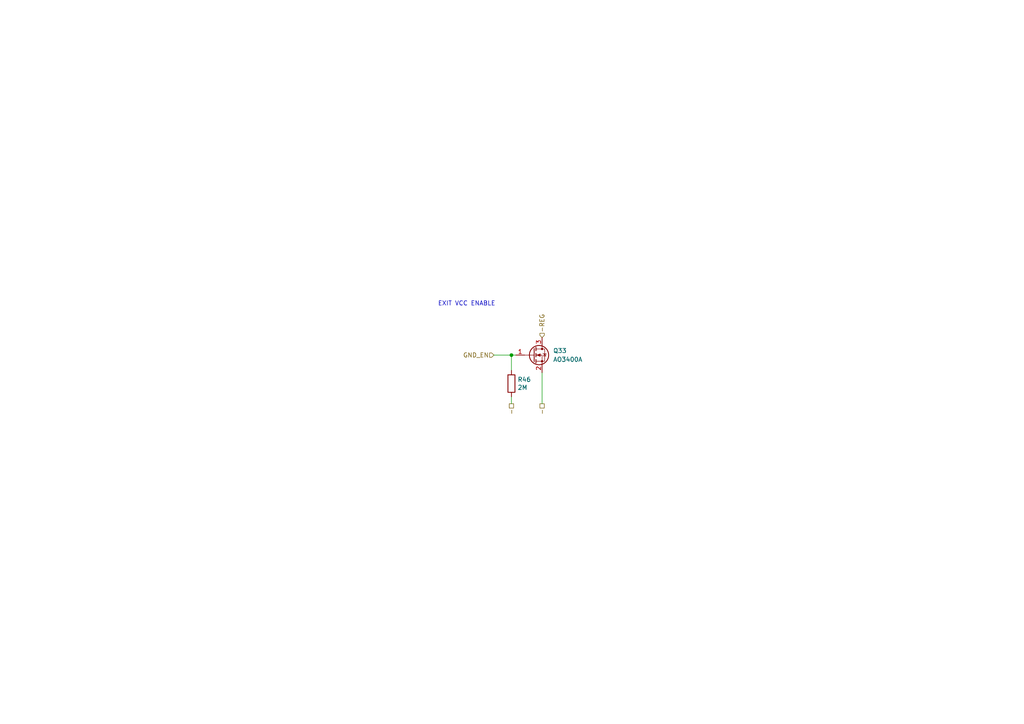
<source format=kicad_sch>
(kicad_sch (version 20211123) (generator eeschema)

  (uuid 51fc558d-52fa-4b81-a6fc-a3114cdd8f56)

  (paper "A4")

  (lib_symbols
    (symbol "Device:R" (pin_numbers hide) (pin_names (offset 0)) (in_bom yes) (on_board yes)
      (property "Reference" "R" (id 0) (at 2.032 0 90)
        (effects (font (size 1.27 1.27)))
      )
      (property "Value" "R" (id 1) (at 0 0 90)
        (effects (font (size 1.27 1.27)))
      )
      (property "Footprint" "" (id 2) (at -1.778 0 90)
        (effects (font (size 1.27 1.27)) hide)
      )
      (property "Datasheet" "~" (id 3) (at 0 0 0)
        (effects (font (size 1.27 1.27)) hide)
      )
      (property "ki_keywords" "R res resistor" (id 4) (at 0 0 0)
        (effects (font (size 1.27 1.27)) hide)
      )
      (property "ki_description" "Resistor" (id 5) (at 0 0 0)
        (effects (font (size 1.27 1.27)) hide)
      )
      (property "ki_fp_filters" "R_*" (id 6) (at 0 0 0)
        (effects (font (size 1.27 1.27)) hide)
      )
      (symbol "R_0_1"
        (rectangle (start -1.016 -2.54) (end 1.016 2.54)
          (stroke (width 0.254) (type default) (color 0 0 0 0))
          (fill (type none))
        )
      )
      (symbol "R_1_1"
        (pin passive line (at 0 3.81 270) (length 1.27)
          (name "~" (effects (font (size 1.27 1.27))))
          (number "1" (effects (font (size 1.27 1.27))))
        )
        (pin passive line (at 0 -3.81 90) (length 1.27)
          (name "~" (effects (font (size 1.27 1.27))))
          (number "2" (effects (font (size 1.27 1.27))))
        )
      )
    )
    (symbol "Transistor_FET:AO3400A" (pin_names hide) (in_bom yes) (on_board yes)
      (property "Reference" "Q" (id 0) (at 5.08 1.905 0)
        (effects (font (size 1.27 1.27)) (justify left))
      )
      (property "Value" "AO3400A" (id 1) (at 5.08 0 0)
        (effects (font (size 1.27 1.27)) (justify left))
      )
      (property "Footprint" "Package_TO_SOT_SMD:SOT-23" (id 2) (at 5.08 -1.905 0)
        (effects (font (size 1.27 1.27) italic) (justify left) hide)
      )
      (property "Datasheet" "http://www.aosmd.com/pdfs/datasheet/AO3400A.pdf" (id 3) (at 0 0 0)
        (effects (font (size 1.27 1.27)) (justify left) hide)
      )
      (property "ki_keywords" "N-Channel MOSFET" (id 4) (at 0 0 0)
        (effects (font (size 1.27 1.27)) hide)
      )
      (property "ki_description" "30V Vds, 5.7A Id, N-Channel MOSFET, SOT-23" (id 5) (at 0 0 0)
        (effects (font (size 1.27 1.27)) hide)
      )
      (property "ki_fp_filters" "SOT?23*" (id 6) (at 0 0 0)
        (effects (font (size 1.27 1.27)) hide)
      )
      (symbol "AO3400A_0_1"
        (polyline
          (pts
            (xy 0.254 0)
            (xy -2.54 0)
          )
          (stroke (width 0) (type default) (color 0 0 0 0))
          (fill (type none))
        )
        (polyline
          (pts
            (xy 0.254 1.905)
            (xy 0.254 -1.905)
          )
          (stroke (width 0.254) (type default) (color 0 0 0 0))
          (fill (type none))
        )
        (polyline
          (pts
            (xy 0.762 -1.27)
            (xy 0.762 -2.286)
          )
          (stroke (width 0.254) (type default) (color 0 0 0 0))
          (fill (type none))
        )
        (polyline
          (pts
            (xy 0.762 0.508)
            (xy 0.762 -0.508)
          )
          (stroke (width 0.254) (type default) (color 0 0 0 0))
          (fill (type none))
        )
        (polyline
          (pts
            (xy 0.762 2.286)
            (xy 0.762 1.27)
          )
          (stroke (width 0.254) (type default) (color 0 0 0 0))
          (fill (type none))
        )
        (polyline
          (pts
            (xy 2.54 2.54)
            (xy 2.54 1.778)
          )
          (stroke (width 0) (type default) (color 0 0 0 0))
          (fill (type none))
        )
        (polyline
          (pts
            (xy 2.54 -2.54)
            (xy 2.54 0)
            (xy 0.762 0)
          )
          (stroke (width 0) (type default) (color 0 0 0 0))
          (fill (type none))
        )
        (polyline
          (pts
            (xy 0.762 -1.778)
            (xy 3.302 -1.778)
            (xy 3.302 1.778)
            (xy 0.762 1.778)
          )
          (stroke (width 0) (type default) (color 0 0 0 0))
          (fill (type none))
        )
        (polyline
          (pts
            (xy 1.016 0)
            (xy 2.032 0.381)
            (xy 2.032 -0.381)
            (xy 1.016 0)
          )
          (stroke (width 0) (type default) (color 0 0 0 0))
          (fill (type outline))
        )
        (polyline
          (pts
            (xy 2.794 0.508)
            (xy 2.921 0.381)
            (xy 3.683 0.381)
            (xy 3.81 0.254)
          )
          (stroke (width 0) (type default) (color 0 0 0 0))
          (fill (type none))
        )
        (polyline
          (pts
            (xy 3.302 0.381)
            (xy 2.921 -0.254)
            (xy 3.683 -0.254)
            (xy 3.302 0.381)
          )
          (stroke (width 0) (type default) (color 0 0 0 0))
          (fill (type none))
        )
        (circle (center 1.651 0) (radius 2.794)
          (stroke (width 0.254) (type default) (color 0 0 0 0))
          (fill (type none))
        )
        (circle (center 2.54 -1.778) (radius 0.254)
          (stroke (width 0) (type default) (color 0 0 0 0))
          (fill (type outline))
        )
        (circle (center 2.54 1.778) (radius 0.254)
          (stroke (width 0) (type default) (color 0 0 0 0))
          (fill (type outline))
        )
      )
      (symbol "AO3400A_1_1"
        (pin input line (at -5.08 0 0) (length 2.54)
          (name "G" (effects (font (size 1.27 1.27))))
          (number "1" (effects (font (size 1.27 1.27))))
        )
        (pin passive line (at 2.54 -5.08 90) (length 2.54)
          (name "S" (effects (font (size 1.27 1.27))))
          (number "2" (effects (font (size 1.27 1.27))))
        )
        (pin passive line (at 2.54 5.08 270) (length 2.54)
          (name "D" (effects (font (size 1.27 1.27))))
          (number "3" (effects (font (size 1.27 1.27))))
        )
      )
    )
  )

  (junction (at 148.336 102.997) (diameter 0) (color 0 0 0 0)
    (uuid 9f5e4ae8-12a4-4f48-aaad-cb300805d39e)
  )

  (wire (pts (xy 143.256 102.997) (xy 148.336 102.997))
    (stroke (width 0) (type default) (color 0 0 0 0))
    (uuid 2ac4c2ed-9dee-429f-bb67-f4d4cdd909ef)
  )
  (wire (pts (xy 148.336 107.442) (xy 148.336 102.997))
    (stroke (width 0) (type default) (color 0 0 0 0))
    (uuid 3927bbd3-6c67-49a6-a787-ab9aeeb85f46)
  )
  (wire (pts (xy 148.336 115.062) (xy 148.336 117.094))
    (stroke (width 0) (type default) (color 0 0 0 0))
    (uuid 96850cd9-f9e3-4090-9094-f650fef644c4)
  )
  (wire (pts (xy 148.336 102.997) (xy 149.606 102.997))
    (stroke (width 0) (type default) (color 0 0 0 0))
    (uuid d8da23fa-86b8-4048-9875-938536300bfe)
  )
  (wire (pts (xy 157.226 108.077) (xy 157.226 117.094))
    (stroke (width 0) (type default) (color 0 0 0 0))
    (uuid ea35a230-4d08-4018-8155-48ce9dc7b279)
  )

  (text "EXIT VCC ENABLE\n" (at 127 88.9 0)
    (effects (font (size 1.27 1.27)) (justify left bottom))
    (uuid ea17082d-ac76-4027-a911-f1ddfba3155c)
  )

  (hierarchical_label "-REG" (shape input) (at 157.226 97.917 90)
    (effects (font (size 1.27 1.27)) (justify left))
    (uuid 24dfbfa9-f408-4b9b-8545-4c538997a76e)
  )
  (hierarchical_label "-" (shape passive) (at 148.336 117.094 270)
    (effects (font (size 1.27 1.27)) (justify right))
    (uuid 59ca0123-d8ce-485f-b6a6-0543b428e790)
  )
  (hierarchical_label "-" (shape passive) (at 157.226 117.094 270)
    (effects (font (size 1.27 1.27)) (justify right))
    (uuid 6c0bcd2b-eb54-4a68-9440-e5bba264dcca)
  )
  (hierarchical_label "GND_EN" (shape input) (at 143.256 102.997 180)
    (effects (font (size 1.27 1.27)) (justify right))
    (uuid cb1bdacf-8a11-4ad4-8797-1818fbc2a33d)
  )

  (symbol (lib_id "Device:R") (at 148.336 111.252 0) (unit 1)
    (in_bom yes) (on_board yes)
    (uuid 3e89ca77-4f8c-4ce2-8aca-ae911a5ea344)
    (property "Reference" "R46" (id 0) (at 150.114 110.0836 0)
      (effects (font (size 1.27 1.27)) (justify left))
    )
    (property "Value" "2M" (id 1) (at 150.114 112.395 0)
      (effects (font (size 1.27 1.27)) (justify left))
    )
    (property "Footprint" "Resistor_SMD:R_0402_1005Metric" (id 2) (at 146.558 111.252 90)
      (effects (font (size 1.27 1.27)) hide)
    )
    (property "Datasheet" "~" (id 3) (at 148.336 111.252 0)
      (effects (font (size 1.27 1.27)) hide)
    )
    (pin "1" (uuid 08650f77-8866-4491-a1be-7101fdc7b3f8))
    (pin "2" (uuid 53599f6b-7713-490d-99fb-76d2f8df2869))
  )

  (symbol (lib_id "Transistor_FET:AO3400A") (at 154.686 102.997 0) (unit 1)
    (in_bom yes) (on_board yes) (fields_autoplaced)
    (uuid 4e8315ea-4095-4c40-8255-5887d331062d)
    (property "Reference" "Q33" (id 0) (at 160.401 101.7269 0)
      (effects (font (size 1.27 1.27)) (justify left))
    )
    (property "Value" "AO3400A" (id 1) (at 160.401 104.2669 0)
      (effects (font (size 1.27 1.27)) (justify left))
    )
    (property "Footprint" "Package_TO_SOT_SMD:SOT-23" (id 2) (at 159.766 104.902 0)
      (effects (font (size 1.27 1.27) italic) (justify left) hide)
    )
    (property "Datasheet" "http://www.aosmd.com/pdfs/datasheet/AO3400A.pdf" (id 3) (at 154.686 102.997 0)
      (effects (font (size 1.27 1.27)) (justify left) hide)
    )
    (pin "1" (uuid 6c416231-58a7-41ef-a0d7-3715d231be92))
    (pin "2" (uuid 1675b8ec-07a1-49da-be53-eb4f3fe8e625))
    (pin "3" (uuid d3b09606-d59d-44e9-aecd-d35fdbe5d307))
  )
)

</source>
